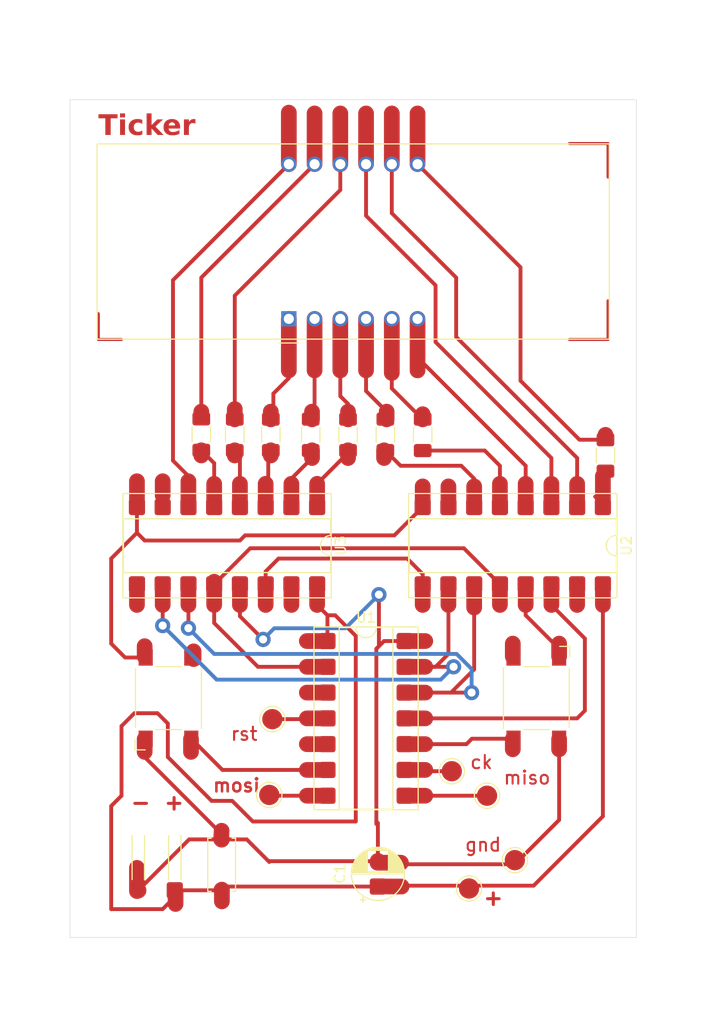
<source format=kicad_pcb>
(kicad_pcb (version 20241229) (generator "pcbnew") (generator_version "9.0")
  (layers (0 "F.Cu" signal) (2 "B.Cu" signal) (13 "F.Paste" user) (15 "B.Paste" user) (5 "F.SilkS" user "F.Silkscreen") (7 "B.SilkS" user "B.Silkscreen") (1 "F.Mask" user) (3 "B.Mask" user) (25 "Edge.Cuts" user))
  (net 0 "")
  (net 1 "GND")
  (net 2 "VCC")
  (net 3 "Net-(U4-a)")
  (net 4 "Net-(U4-b)")
  (net 5 "Net-(U4-c)")
  (net 6 "Net-(U4-d)")
  (net 7 "Net-(U4-e)")
  (net 8 "Net-(U4-f)")
  (net 9 "Net-(U4-g)")
  (net 10 "Net-(U4-DPX)")
  (net 11 "Net-(U1-PA3)")
  (net 12 "/miso")
  (net 13 "/mosi")
  (net 14 "/reset")
  (net 15 "/sck")
  (net 16 "/s_data")
  (net 17 "/s_latch")
  (net 18 "/s_clear")
  (net 19 "/s_clock")
  (net 20 "Net-(U2-QH')")
  (net 23 "/a")
  (net 24 "/b")
  (net 25 "/c")
  (net 26 "/d")
  (net 27 "/e")
  (net 28 "/f")
  (net 29 "/g")
  (net 30 "/dot")
  (net 32 "/D3")
  (net 34 "/D4")
  (net 35 "/D2")
  (net 36 "/D1")
  (net 39 "Net-(U1-PA7)")
  (footprint "Connector_Pin:Pin_D1.0mm_L10.0mm" (layer "F.Cu") (at 89.408 142.24)
    (property "Reference" "TP1" (hide yes))
    (property "Value" "TestPoint_Probe" (hide yes))
    (pad "1" smd circle (at 0 0) (size 2 2) (layers "F.Cu" "F.Mask" "F.Paste") (net 12 "/miso"))
  )
  (footprint "Button_Switch_SMD:SW_SPST_Omron_B3FS-101xP" (layer "F.Cu") (at 94.27 132.624 -90)
    (property "Reference" "SW2" (hide yes))
    (property "Value" "SW_Push")
    (pad "1" smd rect (at -4 -2.25 90) (size 1.6 1.4) (layers "F.Cu" "F.Mask" "F.Paste") (net 1 "GND"))
    (pad "1" smd rect (at 4 -2.25 90) (size 1.6 1.4) (layers "F.Cu" "F.Mask" "F.Paste") (net 1 "GND"))
    (pad "2" smd rect (at -4 2.25 90) (size 1.6 1.4) (layers "F.Cu" "F.Mask" "F.Paste") (net 11 "Net-(U1-PA3)"))
    (pad "2" smd rect (at 4 2.25 90) (size 1.6 1.4) (layers "F.Cu" "F.Mask" "F.Paste") (net 11 "Net-(U1-PA3)"))
  )
  (footprint "Display_7Segment:CA56-12SURKWA" (layer "F.Cu") (at 69.85 95.25 90)
    (property "Reference" "U4" (hide yes))
    (property "Value" "CC56-12SURKWA" (hide yes))
    (pad "1" thru_hole rect (at 0 0 90) (size 1.5 1.5) (drill 1) (layers "*.Cu" "*.Mask") (net 7 "Net-(U4-e)"))
    (pad "2" thru_hole circle (at 0 2.54 90) (size 1.5 1.5) (drill 1) (layers "*.Cu" "*.Mask") (net 6 "Net-(U4-d)"))
    (pad "3" thru_hole circle (at 0 5.08 90) (size 1.5 1.5) (drill 1) (layers "*.Cu" "*.Mask") (net 10 "Net-(U4-DPX)"))
    (pad "4" thru_hole circle (at 0 7.62 90) (size 1.5 1.5) (drill 1) (layers "*.Cu" "*.Mask") (net 5 "Net-(U4-c)"))
    (pad "5" thru_hole circle (at 0 10.16 90) (size 1.5 1.5) (drill 1) (layers "*.Cu" "*.Mask") (net 9 "Net-(U4-g)"))
    (pad "6" thru_hole circle (at 0 12.7 90) (size 1.5 1.5) (drill 1) (layers "*.Cu" "*.Mask") (net 34 "/D4"))
    (pad "7" thru_hole circle (at 15.24 12.7 90) (size 1.5 1.5) (drill 1) (layers "*.Cu" "*.Mask") (net 4 "Net-(U4-b)"))
    (pad "8" thru_hole circle (at 15.24 10.16 90) (size 1.5 1.5) (drill 1) (layers "*.Cu" "*.Mask") (net 32 "/D3"))
    (pad "9" thru_hole circle (at 15.24 7.62 90) (size 1.5 1.5) (drill 1) (layers "*.Cu" "*.Mask") (net 35 "/D2"))
    (pad "10" thru_hole circle (at 15.24 5.08 90) (size 1.5 1.5) (drill 1) (layers "*.Cu" "*.Mask") (net 8 "Net-(U4-f)"))
    (pad "11" thru_hole circle (at 15.24 2.54 90) (size 1.5 1.5) (drill 1) (layers "*.Cu" "*.Mask") (net 3 "Net-(U4-a)"))
    (pad "12" thru_hole circle (at 15.24 0 90) (size 1.5 1.5) (drill 1) (layers "*.Cu" "*.Mask") (net 36 "/D1"))
  )
  (footprint "Package_DIP:DIP-16_W7.62mm_SMDSocket_SmallPads" (layer "F.Cu") (at 63.754 117.602 -90)
    (property "Reference" "U3" (at 0 -11.22 270) (layer "F.SilkS"))
    (property "Value" "74HC595")
    (pad "1" smd roundrect (at -3.81 -8.89 270) (size 1.6 1.6) (layers "F.Cu" "F.Mask" "F.Paste") (roundrect_rratio 0.15625) (net 30 "/dot"))
    (pad "2" smd roundrect (at -3.81 -6.35 270) (size 1.6 1.6) (layers "F.Cu" "F.Mask" "F.Paste") (roundrect_rratio 0.15625) (net 26 "/d"))
    (pad "3" smd roundrect (at -3.81 -3.81 270) (size 1.6 1.6) (layers "F.Cu" "F.Mask" "F.Paste") (roundrect_rratio 0.15625) (net 27 "/e"))
    (pad "4" smd roundrect (at -3.81 -1.27 270) (size 1.6 1.6) (layers "F.Cu" "F.Mask" "F.Paste") (roundrect_rratio 0.15625) (net 28 "/f"))
    (pad "5" smd roundrect (at -3.81 1.27 270) (size 1.6 1.6) (layers "F.Cu" "F.Mask" "F.Paste") (roundrect_rratio 0.15625) (net 23 "/a"))
    (pad "6" smd roundrect (at -3.81 3.81 270) (size 1.6 1.6) (layers "F.Cu" "F.Mask" "F.Paste") (roundrect_rratio 0.15625) (net 36 "/D1"))
    (pad "7" smd roundrect (at -3.81 6.35 270) (size 1.6 1.6) (layers "F.Cu" "F.Mask" "F.Paste") (roundrect_rratio 0.15625))
    (pad "8" smd roundrect (at -3.81 8.89 270) (size 1.6 1.6) (layers "F.Cu" "F.Mask" "F.Paste") (roundrect_rratio 0.15625) (net 1 "GND"))
    (pad "9" smd roundrect (at 3.81 8.89 270) (size 1.6 1.6) (layers "F.Cu" "F.Mask" "F.Paste") (roundrect_rratio 0.15625))
    (pad "10" smd roundrect (at 3.81 6.35 270) (size 1.6 1.6) (layers "F.Cu" "F.Mask" "F.Paste") (roundrect_rratio 0.15625) (net 18 "/s_clear"))
    (pad "11" smd roundrect (at 3.81 3.81 270) (size 1.6 1.6) (layers "F.Cu" "F.Mask" "F.Paste") (roundrect_rratio 0.15625) (net 19 "/s_clock"))
    (pad "12" smd roundrect (at 3.81 1.27 270) (size 1.6 1.6) (layers "F.Cu" "F.Mask" "F.Paste") (roundrect_rratio 0.15625) (net 17 "/s_latch"))
    (pad "13" smd roundrect (at 3.81 -1.27 270) (size 1.6 1.6) (layers "F.Cu" "F.Mask" "F.Paste") (roundrect_rratio 0.15625) (net 1 "GND"))
    (pad "14" smd roundrect (at 3.81 -3.81 270) (size 1.6 1.6) (layers "F.Cu" "F.Mask" "F.Paste") (roundrect_rratio 0.15625) (net 20 "Net-(U2-QH')"))
    (pad "15" smd roundrect (at 3.81 -6.35 270) (size 1.6 1.6) (layers "F.Cu" "F.Mask" "F.Paste") (roundrect_rratio 0.15625))
    (pad "16" smd roundrect (at 3.81 -8.89 270) (size 1.6 1.6) (layers "F.Cu" "F.Mask" "F.Paste") (roundrect_rratio 0.15625) (net 2 "VCC"))
  )
  (footprint "Resistor_SMD:R_1206_3216Metric_Pad1.30x1.75mm_HandSolder" (layer "F.Cu") (at 75.692 106.68 90)
    (property "Reference" "R8" (hide yes))
    (property "Value" "R" (hide yes))
    (pad "1" smd roundrect (at -1.55 0 90) (size 1.3 1.75) (layers "F.Cu" "F.Mask" "F.Paste") (roundrect_rratio 0.192308) (net 30 "/dot"))
    (pad "2" smd roundrect (at 1.55 0 90) (size 1.3 1.75) (layers "F.Cu" "F.Mask" "F.Paste") (roundrect_rratio 0.192308) (net 10 "Net-(U4-DPX)"))
  )
  (footprint "Capacitor_THT:C_Disc_D5.0mm_W2.5mm_P5.00mm" (layer "F.Cu") (at 63.2206 151.5472 90)
    (property "Reference" "C2" (hide yes))
    (property "Value" "C" (hide yes))
    (pad "1" smd circle (at 0 0 90) (size 1.6 1.6) (layers "F.Cu" "F.Mask" "F.Paste") (net 2 "VCC"))
    (pad "2" smd circle (at 5 0 90) (size 1.6 1.6) (layers "F.Cu" "F.Mask" "F.Paste") (net 1 "GND"))
  )
  (footprint "Connector_Pin:Pin_D1.0mm_L10.0mm" (layer "F.Cu") (at 85.9282 139.827)
    (property "Reference" "TP4" (hide yes))
    (property "Value" "TestPoint_Probe" (hide yes))
    (pad "1" smd circle (at 0 0) (size 2 2) (layers "F.Cu" "F.Mask" "F.Paste") (net 15 "/sck"))
  )
  (footprint "MountingHole:MountingHole_3.2mm_M3" (layer "F.Cu") (at 54.356 101.6)
    (property "Reference" "H1" (hide yes))
    (property "Value" "MountingHole" (hide yes))
    (pad "" np_thru_hole circle (at 0 0) (size 3.2 3.2) (drill 3.2) (layers "*.Cu" "*.Mask"))
  )
  (footprint "Resistor_SMD:R_1206_3216Metric_Pad1.30x1.75mm_HandSolder" (layer "F.Cu") (at 79.375 106.68 90)
    (property "Reference" "R3" (hide yes))
    (property "Value" "R" (hide yes))
    (pad "1" smd roundrect (at -1.55 0 90) (size 1.3 1.75) (layers "F.Cu" "F.Mask" "F.Paste") (roundrect_rratio 0.192308) (net 25 "/c"))
    (pad "2" smd roundrect (at 1.55 0 90) (size 1.3 1.75) (layers "F.Cu" "F.Mask" "F.Paste") (roundrect_rratio 0.192308) (net 5 "Net-(U4-c)"))
  )
  (footprint "Package_DIP:DIP-14_W7.62mm_SMDSocket_SmallPads" (layer "F.Cu") (at 77.47 134.62)
    (property "Reference" "U1" (at 0 -9.95 0) (layer "F.SilkS"))
    (property "Value" "ATtiny84A-P")
    (pad "1" smd roundrect (at -3.81 -7.62) (size 1.6 1.6) (layers "F.Cu" "F.Mask" "F.Paste") (roundrect_rratio 0.15625) (net 2 "VCC"))
    (pad "2" smd roundrect (at -3.81 -5.08) (size 1.6 1.6) (layers "F.Cu" "F.Mask" "F.Paste") (roundrect_rratio 0.15625) (net 17 "/s_latch"))
    (pad "3" smd roundrect (at -3.81 -2.54) (size 1.6 1.6) (layers "F.Cu" "F.Mask" "F.Paste") (roundrect_rratio 0.15625))
    (pad "4" smd roundrect (at -3.81 0) (size 1.6 1.6) (layers "F.Cu" "F.Mask" "F.Paste") (roundrect_rratio 0.15625) (net 14 "/reset"))
    (pad "5" smd roundrect (at -3.81 2.54) (size 1.6 1.6) (layers "F.Cu" "F.Mask" "F.Paste") (roundrect_rratio 0.15625))
    (pad "6" smd roundrect (at -3.81 5.08) (size 1.6 1.6) (layers "F.Cu" "F.Mask" "F.Paste") (roundrect_rratio 0.15625) (net 39 "Net-(U1-PA7)"))
    (pad "7" smd roundrect (at -3.81 7.62) (size 1.6 1.6) (layers "F.Cu" "F.Mask" "F.Paste") (roundrect_rratio 0.15625) (net 13 "/mosi"))
    (pad "8" smd roundrect (at 3.81 7.62) (size 1.6 1.6) (layers "F.Cu" "F.Mask" "F.Paste") (roundrect_rratio 0.15625) (net 12 "/miso"))
    (pad "9" smd roundrect (at 3.81 5.08) (size 1.6 1.6) (layers "F.Cu" "F.Mask" "F.Paste") (roundrect_rratio 0.15625) (net 15 "/sck"))
    (pad "10" smd roundrect (at 3.81 2.54) (size 1.6 1.6) (layers "F.Cu" "F.Mask" "F.Paste") (roundrect_rratio 0.15625) (net 11 "Net-(U1-PA3)"))
    (pad "11" smd roundrect (at 3.81 0) (size 1.6 1.6) (layers "F.Cu" "F.Mask" "F.Paste") (roundrect_rratio 0.15625) (net 16 "/s_data"))
    (pad "12" smd roundrect (at 3.81 -2.54) (size 1.6 1.6) (layers "F.Cu" "F.Mask" "F.Paste") (roundrect_rratio 0.15625) (net 19 "/s_clock"))
    (pad "13" smd roundrect (at 3.81 -5.08) (size 1.6 1.6) (layers "F.Cu" "F.Mask" "F.Paste") (roundrect_rratio 0.15625) (net 18 "/s_clear"))
    (pad "14" smd roundrect (at 3.81 -7.62) (size 1.6 1.6) (layers "F.Cu" "F.Mask" "F.Paste") (roundrect_rratio 0.15625) (net 1 "GND"))
  )
  (footprint "Connector_Pin:Pin_D1.0mm_L10.0mm" (layer "F.Cu") (at 87.63 151.384)
    (property "Reference" "TP5" (hide yes))
    (property "Value" "TestPoint_Probe" (hide yes))
    (pad "1" smd circle (at 0 0) (size 2 2) (layers "F.Cu" "F.Mask" "F.Paste") (net 2 "VCC"))
  )
  (footprint "Connector_Pin:Pin_D1.0mm_L10.0mm" (layer "F.Cu") (at 68.2244 134.6962)
    (property "Reference" "TP3" (hide yes))
    (property "Value" "TestPoint_Probe" (hide yes))
    (pad "1" smd circle (at 0 0) (size 2 2) (layers "F.Cu" "F.Mask" "F.Paste") (net 14 "/reset"))
  )
  (footprint "Resistor_SMD:R_1206_3216Metric_Pad1.30x1.75mm_HandSolder" (layer "F.Cu") (at 61.214 106.654 90)
    (property "Reference" "R1" (hide yes))
    (property "Value" "R" (hide yes))
    (pad "1" smd roundrect (at -1.55 0 90) (size 1.3 1.75) (layers "F.Cu" "F.Mask" "F.Paste") (roundrect_rratio 0.192308) (net 23 "/a"))
    (pad "2" smd roundrect (at 1.55 0 90) (size 1.3 1.75) (layers "F.Cu" "F.Mask" "F.Paste") (roundrect_rratio 0.192308) (net 3 "Net-(U4-a)"))
  )
  (footprint "Capacitor_THT:CP_Radial_D5.0mm_P2.50mm" (layer "F.Cu") (at 78.6384 151.192113 90)
    (property "Reference" "C1" (at 1.25 -3.75 90) (layer "F.SilkS"))
    (property "Value" "C_Polarized")
    (pad "1" smd roundrect (at 0 0 90) (size 1.6 1.6) (layers "F.Cu" "F.Mask" "F.Paste") (roundrect_rratio 0.15625) (net 2 "VCC"))
    (pad "2" smd circle (at 2.5 0 90) (size 1.6 1.6) (layers "F.Cu" "F.Mask" "F.Paste") (net 1 "GND"))
  )
  (footprint "Resistor_SMD:R_1206_3216Metric_Pad1.30x1.75mm_HandSolder" (layer "F.Cu") (at 72.009 106.68 90)
    (property "Reference" "R4" (hide yes))
    (property "Value" "R" (hide yes))
    (pad "1" smd roundrect (at -1.55 0 90) (size 1.3 1.75) (layers "F.Cu" "F.Mask" "F.Paste") (roundrect_rratio 0.192308) (net 26 "/d"))
    (pad "2" smd roundrect (at 1.55 0 90) (size 1.3 1.75) (layers "F.Cu" "F.Mask" "F.Paste") (roundrect_rratio 0.192308) (net 6 "Net-(U4-d)"))
  )
  (footprint "Button_Switch_SMD:SW_SPST_Omron_B3FS-101xP" (layer "F.Cu") (at 57.976 132.624 90)
    (property "Reference" "SW1" (hide yes))
    (property "Value" "SW_Push")
    (pad "1" smd rect (at -4 -2.25 270) (size 1.6 1.4) (layers "F.Cu" "F.Mask" "F.Paste") (net 1 "GND"))
    (pad "1" smd rect (at 4 -2.25 270) (size 1.6 1.4) (layers "F.Cu" "F.Mask" "F.Paste") (net 1 "GND"))
    (pad "2" smd rect (at -4 2.25 270) (size 1.6 1.4) (layers "F.Cu" "F.Mask" "F.Paste") (net 39 "Net-(U1-PA7)"))
    (pad "2" smd rect (at 4 2.25 270) (size 1.6 1.4) (layers "F.Cu" "F.Mask" "F.Paste") (net 39 "Net-(U1-PA7)"))
  )
  (footprint "Connector_Pin:Pin_D1.0mm_L10.0mm" (layer "F.Cu") (at 92.1512 148.59)
    (property "Reference" "TP6" (hide yes))
    (property "Value" "TestPoint_Probe" (hide yes))
    (pad "1" smd circle (at 0 0) (size 2 2) (layers "F.Cu" "F.Mask" "F.Paste") (net 1 "GND"))
  )
  (footprint "MountingHole:MountingHole_3.2mm_M3" (layer "F.Cu") (at 98.044 101.6)
    (property "Reference" "H2" (hide yes))
    (property "Value" "MountingHole" (hide yes))
    (pad "" np_thru_hole circle (at 0 0) (size 3.2 3.2) (drill 3.2) (layers "*.Cu" "*.Mask"))
  )
  (footprint "Resistor_SMD:R_1206_3216Metric_Pad1.30x1.75mm_HandSolder" (layer "F.Cu") (at 83.058 106.68 90)
    (property "Reference" "R7" (hide yes))
    (property "Value" "R" (hide yes))
    (pad "1" smd roundrect (at -1.55 0 90) (size 1.3 1.75) (layers "F.Cu" "F.Mask" "F.Paste") (roundrect_rratio 0.192308) (net 29 "/g"))
    (pad "2" smd roundrect (at 1.55 0 90) (size 1.3 1.75) (layers "F.Cu" "F.Mask" "F.Paste") (roundrect_rratio 0.192308) (net 9 "Net-(U4-g)"))
  )
  (footprint "Resistor_SMD:R_1206_3216Metric_Pad1.30x1.75mm_HandSolder" (layer "F.Cu") (at 64.516 106.68 90)
    (property "Reference" "R6" (hide yes))
    (property "Value" "R" (hide yes))
    (pad "1" smd roundrect (at -1.55 0 90) (size 1.3 1.75) (layers "F.Cu" "F.Mask" "F.Paste") (roundrect_rratio 0.192308) (net 28 "/f"))
    (pad "2" smd roundrect (at 1.55 0 90) (size 1.3 1.75) (layers "F.Cu" "F.Mask" "F.Paste") (roundrect_rratio 0.192308) (net 8 "Net-(U4-f)"))
  )
  (footprint "Package_DIP:DIP-16_W7.62mm_SMDSocket_SmallPads" (layer "F.Cu") (at 91.948 117.602 -90)
    (property "Reference" "U2" (at 0 -11.22 270) (layer "F.SilkS"))
    (property "Value" "74HC595")
    (pad "1" smd roundrect (at -3.81 -8.89 270) (size 1.6 1.6) (layers "F.Cu" "F.Mask" "F.Paste") (roundrect_rratio 0.15625) (net 24 "/b"))
    (pad "2" smd roundrect (at -3.81 -6.35 270) (size 1.6 1.6) (layers "F.Cu" "F.Mask" "F.Paste") (roundrect_rratio 0.15625) (net 32 "/D3"))
    (pad "3" smd roundrect (at -3.81 -3.81 270) (size 1.6 1.6) (layers "F.Cu" "F.Mask" "F.Paste") (roundrect_rratio 0.15625) (net 35 "/D2"))
    (pad "4" smd roundrect (at -3.81 -1.27 270) (size 1.6 1.6) (layers "F.Cu" "F.Mask" "F.Paste") (roundrect_rratio 0.15625) (net 34 "/D4"))
    (pad "5" smd roundrect (at -3.81 1.27 270) (size 1.6 1.6) (layers "F.Cu" "F.Mask" "F.Paste") (roundrect_rratio 0.15625) (net 29 "/g"))
    (pad "6" smd roundrect (at -3.81 3.81 270) (size 1.6 1.6) (layers "F.Cu" "F.Mask" "F.Paste") (roundrect_rratio 0.15625) (net 25 "/c"))
    (pad "7" smd roundrect (at -3.81 6.35 270) (size 1.6 1.6) (layers "F.Cu" "F.Mask" "F.Paste") (roundrect_rratio 0.15625))
    (pad "8" smd roundrect (at -3.81 8.89 270) (size 1.6 1.6) (layers "F.Cu" "F.Mask" "F.Paste") (roundrect_rratio 0.15625) (net 1 "GND"))
    (pad "9" smd roundrect (at 3.81 8.89 270) (size 1.6 1.6) (layers "F.Cu" "F.Mask" "F.Paste") (roundrect_rratio 0.15625) (net 20 "Net-(U2-QH')"))
    (pad "10" smd roundrect (at 3.81 6.35 270) (size 1.6 1.6) (layers "F.Cu" "F.Mask" "F.Paste") (roundrect_rratio 0.15625) (net 18 "/s_clear"))
    (pad "11" smd roundrect (at 3.81 3.81 270) (size 1.6 1.6) (layers "F.Cu" "F.Mask" "F.Paste") (roundrect_rratio 0.15625) (net 19 "/s_clock"))
    (pad "12" smd roundrect (at 3.81 1.27 270) (size 1.6 1.6) (layers "F.Cu" "F.Mask" "F.Paste") (roundrect_rratio 0.15625) (net 17 "/s_latch"))
    (pad "13" smd roundrect (at 3.81 -1.27 270) (size 1.6 1.6) (layers "F.Cu" "F.Mask" "F.Paste") (roundrect_rratio 0.15625) (net 1 "GND"))
    (pad "14" smd roundrect (at 3.81 -3.81 270) (size 1.6 1.6) (layers "F.Cu" "F.Mask" "F.Paste") (roundrect_rratio 0.15625) (net 16 "/s_data"))
    (pad "15" smd roundrect (at 3.81 -6.35 270) (size 1.6 1.6) (layers "F.Cu" "F.Mask" "F.Paste") (roundrect_rratio 0.15625))
    (pad "16" smd roundrect (at 3.81 -8.89 270) (size 1.6 1.6) (layers "F.Cu" "F.Mask" "F.Paste") (roundrect_rratio 0.15625) (net 2 "VCC"))
  )
  (footprint "Resistor_SMD:R_1206_3216Metric_Pad1.30x1.75mm_HandSolder" (layer "F.Cu") (at 68.072 106.68 90)
    (property "Reference" "R5" (hide yes))
    (property "Value" "R" (hide yes))
    (pad "1" smd roundrect (at -1.55 0 90) (size 1.3 1.75) (layers "F.Cu" "F.Mask" "F.Paste") (roundrect_rratio 0.192308) (net 27 "/e"))
    (pad "2" smd roundrect (at 1.55 0 90) (size 1.3 1.75) (layers "F.Cu" "F.Mask" "F.Paste") (roundrect_rratio 0.192308) (net 7 "Net-(U4-e)"))
  )
  (footprint "Connector_Pin:Pin_D1.0mm_L10.0mm" (layer "F.Cu") (at 67.9196 142.1638)
    (property "Reference" "TP2" (hide yes))
    (property "Value" "TestPoint_Probe" (hide yes))
    (pad "1" smd circle (at 0 0) (size 2 2) (layers "F.Cu" "F.Mask" "F.Paste") (net 13 "/mosi"))
  )
  (footprint "Resistor_SMD:R_1206_3216Metric_Pad1.30x1.75mm_HandSolder" (layer "F.Cu") (at 101.092 108.712 90)
    (property "Reference" "R2" (hide yes))
    (property "Value" "R" (hide yes))
    (pad "1" smd roundrect (at -1.55 0 90) (size 1.3 1.75) (layers "F.Cu" "F.Mask" "F.Paste") (roundrect_rratio 0.192308) (net 24 "/b"))
    (pad "2" smd roundrect (at 1.55 0 90) (size 1.3 1.75) (layers "F.Cu" "F.Mask" "F.Paste") (roundrect_rratio 0.192308) (net 4 "Net-(U4-b)"))
  )
  (footprint "Connector_Wire:SolderWire-0.1sqmm_1x02_P3.6mm_D0.4mm_OD1mm_Relief" (layer "F.Cu") (at 58.5978 151.5618 180)
    (property "Reference" "J1" (hide yes))
    (property "Value" "batteries 2x aa")
    (pad "" np_thru_hole circle (at 0 6 180) (size 1.5 1.5) (drill 1.5) (layers "*.Cu" "*.Mask"))
    (pad "" np_thru_hole circle (at 3.6 6 180) (size 1.5 1.5) (drill 1.5) (layers "*.Cu" "*.Mask"))
    (pad "1" smd roundrect (at 0 0 180) (size 1.6 1.6) (layers "F.Cu" "F.Mask" "F.Paste") (roundrect_rratio 0.15625) (net 2 "VCC"))
    (pad "2" smd circle (at 3.6 0 180) (size 1.6 1.6) (layers "F.Cu" "F.Mask" "F.Paste") (net 1 "GND"))
  )
  (gr_line (start 88.138 113.792) (end 88.138 111.76) (stroke (width 1.55)) (layer "F.Cu") (net 25))
  (gr_line (start 54.864 121.412) (end 54.864 123.444) (stroke (width 1.55)) (layer "F.Cu") (net 22))
  (gr_line (start 78.6003 148.844) (end 80.9117 148.844) (stroke (width 1.55)) (layer "F.Cu") (net 1))
  (gr_line (start 73.66 137.16) (end 71.628 137.16) (stroke (width 1.55)) (layer "F.Cu") (net 40))
  (gr_line (start 95.758 113.792) (end 95.758 111.506) (stroke (width 1.55)) (layer "F.Cu") (net 35))
  (gr_line (start 63.1698 146.5326) (end 63.2206 145.6944) (stroke (width 1.55)) (layer "F.Cu") (net 1))
  (gr_line (start 85.598 113.792) (end 85.598 111.76) (stroke (width 1.55)) (layer "F.Cu") (net 31))
  (gr_line (start 78.6384 151.1808) (end 80.9752 151.192113) (stroke (width 1.55)) (layer "F.Cu") (net 2))
  (gr_line (start 75.692 108.204) (end 75.692 108.966) (stroke (width 1.55)) (layer "F.Cu") (net 30))
  (gr_line (start 83.058 105.156) (end 83.058 104.648) (stroke (width 1.55)) (layer "F.Cu") (net 9))
  (gr_line (start 90.678 121.412) (end 90.678 123.444) (stroke (width 1.55)) (layer "F.Cu") (net 17))
  (gr_line (start 59.944 111.252) (end 59.944 113.792) (stroke (width 1.55)) (layer "F.Cu") (net 36))
  (gr_line (start 81.28 142.24) (end 83.312 142.24) (stroke (width 1.55)) (layer "F.Cu") (net 12))
  (gr_line (start 73.66 139.7) (end 71.628 139.7) (stroke (width 1.55)) (layer "F.Cu") (net 39))
  (gr_line (start 72.136 105.156) (end 72.136 104.394) (stroke (width 1.55)) (layer "F.Cu") (net 6))
  (gr_line (start 72.644 121.412) (end 72.644 123.444) (stroke (width 1.55)) (layer "F.Cu") (net 2))
  (gr_line (start 70.104 121.412) (end 70.104 123.444) (stroke (width 1.55)) (layer "F.Cu") (net 37))
  (gr_line (start 75.692 105.156) (end 75.692 104.394) (stroke (width 1.55)) (layer "F.Cu") (net 10))
  (gr_line (start 73.66 142.24) (end 71.628 142.24) (stroke (width 1.55)) (layer "F.Cu") (net 13))
  (gr_line (start 79.248 108.204) (end 79.248 108.966) (stroke (width 1.55)) (layer "F.Cu") (net 25))
  (gr_line (start 67.564 121.412) (end 67.564 123.444) (stroke (width 1.55)) (layer "F.Cu") (net 20))
  (gr_line (start 72.39 95.25) (end 72.39 100.33) (stroke (width 1.55)) (layer "F.Cu") (net 6))
  (gr_line (start 101.346 93.472) (end 101.346 97.282) (stroke (width 0.3)) (layer "F.Cu"))
  (gr_line (start 101.346 77.978) (end 101.346 81.28) (stroke (width 0.3)) (layer "F.Cu"))
  (gr_line (start 96.52 136.652) (end 96.52 137.668) (stroke (width 1.55)) (layer "F.Cu") (net 1))
  (gr_line (start 70.104 113.792) (end 70.104 111.506) (stroke (width 1.55)) (layer "F.Cu") (net 26))
  (gr_line (start 90.678 113.792) (end 90.678 111.506) (stroke (width 1.55)) (layer "F.Cu") (net 29))
  (gr_line (start 81.28 132.08) (end 83.312 132.08) (stroke (width 1.55)) (layer "F.Cu") (net 19))
  (gr_line (start 81.28 137.16) (end 83.312 137.16) (stroke (width 1.55)) (layer "F.Cu") (net 11))
  (gr_line (start 60.198 136.652) (end 60.198 137.922) (stroke (width 1.55)) (layer "F.Cu") (net 39))
  (gr_line (start 61.214 108.204) (end 61.214 108.712) (stroke (width 1.55)) (layer "F.Cu") (net 23))
  (gr_line (start 55.626 128.524) (end 55.626 127.508) (stroke (width 1.55)) (layer "F.Cu") (net 1))
  (gr_line (start 81.28 127) (end 83.312 127) (stroke (width 1.55)) (layer "F.Cu") (net 1))
  (gr_line (start 63.246 151.4964) (end 63.246 152.654) (stroke (width 1.55)) (layer "F.Cu") (net 2))
  (gr_line (start 59.944 121.412) (end 59.944 123.444) (stroke (width 1.55)) (layer "F.Cu") (net 19))
  (gr_line (start 96.52 128.524) (end 96.52 127.254) (stroke (width 1.55)) (layer "F.Cu") (net 1))
  (gr_line (start 72.644 113.792) (end 72.644 111.506) (stroke (width 1.55)) (layer "F.Cu") (net 30))
  (gr_line (start 68.072 108.204) (end 68.072 108.712) (stroke (width 1.55)) (layer "F.Cu") (net 27))
  (gr_line (start 82.55 95.25) (end 82.55 100.33) (stroke (width 1.55)) (layer "F.Cu") (net 34))
  (gr_line (start 73.66 132.08) (end 71.628 132.08) (stroke (width 1.55)) (layer "F.Cu") (net 38))
  (gr_line (start 79.502 105.156) (end 79.502 104.394) (stroke (width 1.55)) (layer "F.Cu") (net 5))
  (gr_line (start 65.024 113.792) (end 65.024 111.506) (stroke (width 1.55)) (layer "F.Cu") (net 28))
  (gr_line (start 67.564 113.792) (end 67.564 111.506) (stroke (width 1.55)) (layer "F.Cu") (net 27))
  (gr_line (start 101.346 97.282) (end 97.536 97.282) (stroke (width 0.3)) (layer "F.Cu"))
  (gr_line (start 81.28 134.62) (end 83.312 134.62) (stroke (width 1.55)) (layer "F.Cu") (net 16))
  (gr_line (start 97.536 77.978) (end 101.346 77.978) (stroke (width 0.3)) (layer "F.Cu"))
  (gr_line (start 64.516 105.156) (end 64.516 104.14) (stroke (width 1.55)) (layer "F.Cu") (net 8))
  (gr_line (start 51.054 94.742) (end 51.054 97.282) (stroke (width 0.3)) (layer "F.Cu"))
  (gr_line (start 73.66 127) (end 71.628 127) (stroke (width 1.55)) (layer "F.Cu") (net 2))
  (gr_line (start 100.838 113.792) (end 100.838 110.744) (stroke (width 1.55)) (layer "F.Cu") (net 24))
  (gr_line (start 55.626 136.652) (end 55.626 137.922) (stroke (width 1.55)) (layer "F.Cu") (net 1))
  (gr_line (start 51.054 97.282) (end 53.34 97.282) (stroke (width 0.3)) (layer "F.Cu"))
  (gr_line (start 54.864 113.792) (end 54.864 111.252) (stroke (width 1.55)) (layer "F.Cu") (net 1))
  (gr_line (start 85.598 121.412) (end 85.598 123.444) (stroke (width 1.55)) (layer "F.Cu") (net 18))
  (gr_line (start 69.85 95.25) (end 69.85 100.33) (stroke (width 1.55)) (layer "F.Cu") (net 7))
  (gr_line (start 93.218 113.792) (end 93.218 111.506) (stroke (width 1.55)) (layer "F.Cu") (net 34))
  (gr_line (start 62.484 113.792) (end 62.484 111.506) (stroke (width 1.55)) (layer "F.Cu") (net 23))
  (gr_line (start 62.484 121.158) (end 62.484 123.444) (stroke (width 1.55)) (layer "F.Cu") (net 17))
  (gr_line (start 81.28 139.7) (end 83.312 139.7) (stroke (width 1.55)) (layer "F.Cu") (net 15))
  (gr_line (start 100.838 121.412) (end 100.838 123.444) (stroke (width 1.55)) (layer "F.Cu") (net 2))
  (gr_line (start 57.404 121.412) (end 57.404 123.444) (stroke (width 1.55)) (layer "F.Cu") (net 18))
  (gr_line (start 101.092 106.934) (end 101.092 106.68) (stroke (width 1.55)) (layer "F.Cu") (net 4))
  (gr_line (start 73.66 134.62) (end 71.628 134.62) (stroke (width 1.55)) (layer "F.Cu") (net 14))
  (gr_line (start 54.864 151.638) (end 54.864 149.352) (stroke (width 1.55)) (layer "F.Cu") (net 1))
  (gr_line (start 88.138 121.412) (end 88.138 123.698) (stroke (width 1.55)) (layer "F.Cu") (net 19))
  (gr_line (start 83.058 113.792) (end 83.058 111.76) (stroke (width 1.55)) (layer "F.Cu") (net 1))
  (gr_line (start 80.01 95.25) (end 80.01 100.584) (stroke (width 1.55)) (layer "F.Cu") (net 9))
  (gr_line (start 95.758 121.412) (end 95.758 123.444) (stroke (width 1.55)) (layer "F.Cu") (net 16))
  (gr_line (start 57.404 112.649) (end 57.404 111.252) (stroke (width 1.55)) (layer "F.Cu") (net 21))
  (gr_line (start 61.214 104.902) (end 61.214 104.394) (stroke (width 1.55)) (layer "F.Cu") (net 3))
  (gr_line (start 91.948 136.652) (end 91.948 137.668) (stroke (width 1.55)) (layer "F.Cu") (net 11))
  (gr_line (start 91.948 128.524) (end 91.948 127.254) (stroke (width 1.55)) (layer "F.Cu") (net 11))
  (gr_line (start 77.47 95.25) (end 77.47 100.33) (stroke (width 1.55)) (layer "F.Cu") (net 5))
  (gr_line (start 83.058 121.412) (end 83.058 123.444) (stroke (width 1.55)) (layer "F.Cu") (net 20))
  (gr_line (start 69.85 80.01) (end 69.85 74.93) (stroke (width 1.55)) (layer "F.Cu") (net 36))
  (gr_line (start 98.298 113.792) (end 98.298 111.506) (stroke (width 1.55)) (layer "F.Cu") (net 32))
  (gr_line (start 60.452 128.778) (end 60.452 128.016) (stroke (width 1.55)) (layer "F.Cu") (net 39))
  (gr_line (start 81.28 129.54) (end 83.312 129.54) (stroke (width 1.55)) (layer "F.Cu") (net 18))
  (gr_line (start 64.516 108.204) (end 64.516 108.712) (stroke (width 1.55)) (layer "F.Cu") (net 28))
  (gr_line (start 68.072 105.156) (end 68.072 104.394) (stroke (width 1.55)) (layer "F.Cu") (net 7))
  (gr_line (start 72.136 108.204) (end 72.136 108.966) (stroke (width 1.55)) (layer "F.Cu") (net 26))
  (gr_line (start 65.024 121.412) (end 65.024 123.444) (stroke (width 1.55)) (layer "F.Cu") (net 1))
  (gr_line (start 98.298 121.412) (end 98.298 123.444) (stroke (width 1.55)) (layer "F.Cu") (net 33))
  (gr_line (start 93.218 121.412) (end 93.218 123.444) (stroke (width 1.55)) (layer "F.Cu") (net 1))
  (gr_line (start 58.674 151.638) (end 58.674 152.908) (stroke (width 1.55)) (layer "F.Cu") (net 2))
  (gr_line (start 73.66 129.54) (end 71.628 129.54) (stroke (width 1.55)) (layer "F.Cu") (net 17))
  (gr_line (start 74.93 95.25) (end 74.93 100.33) (stroke (width 1.55)) (layer "F.Cu") (net 10))
  (gr_rect (start 48.26 73.66) (end 104.14 156.21) (stroke (width 0.05)) (fill no) (layer "Edge.Cuts"))
  (gr_text "mosi" (at 62.23 141.986 0) (layer "F.Cu") (effects (font (size 1.3 1.3) (thickness 0.25) (bold yes)) (justify left bottom)))
  (gr_text "ck" (at 87.63 139.7 0) (layer "F.Cu") (effects (font (size 1.3 1.3) (thickness 0.2)) (justify left bottom)))
  (gr_text "Ticker" (at 51.054 77.47 0) (layer "F.Cu") (effects (font (size 2 2) (thickness 0.3) (bold yes)) (justify left bottom)))
  (gr_text "+" (at 88.9 153.162 0) (layer "F.Cu") (effects (font (size 1.5 1.5) (thickness 0.3) (bold yes)) (justify left bottom)))
  (gr_text "-" (at 54.102 143.764 0) (layer "F.Cu") (effects (font (size 1.5 1.5) (thickness 0.3) (bold yes)) (justify left bottom)))
  (gr_text "+" (at 57.404 143.764 0) (layer "F.Cu") (effects (font (size 1.5 1.5) (thickness 0.3) (bold yes)) (justify left bottom)))
  (gr_text "rst" (at 64.008 136.906 0) (layer "F.Cu") (effects (font (size 1.3 1.3) (thickness 0.2)) (justify left bottom)))
  (gr_text "miso" (at 90.932 141.224 0) (layer "F.Cu") (effects (font (size 1.3 1.3) (thickness 0.2)) (justify left bottom)))
  (gr_text "gnd" (at 87.122 147.828 0) (layer "F.Cu") (effects (font (size 1.3 1.3) (thickness 0.2) (bold yes)) (justify left bottom)))
  (segment (start 80.264 116.586) (end 65.532 116.586) (width 0.38) (layer "F.Cu") (net 1))
  (segment (start 65.699 146.5472) (end 67.9196 148.7678) (width 0.38) (layer "F.Cu") (net 1))
  (segment (start 55.626 117.094) (end 54.864 116.332) (width 0.38) (layer "F.Cu") (net 1))
  (segment (start 52.324 127.254) (end 53.694 128.624) (width 0.38) (layer "F.Cu") (net 1))
  (segment (start 65.024 117.094) (end 55.626 117.094) (width 0.38) (layer "F.Cu") (net 1))
  (segment (start 96.52 128.624) (end 96.52 127.762) (width 0.38) (layer "F.Cu") (net 1))
  (segment (start 54.864 116.332) (end 54.864 116.078) (width 0.38) (layer "F.Cu") (net 1))
  (segment (start 83.058 113.792) (end 80.264 116.586) (width 0.38) (layer "F.Cu") (net 1))
  (segment (start 65.024 123.444) (end 65.024 124.554) (width 0.38) (layer "F.Cu") (net 1))
  (segment (start 78.74 127.508) (end 78.486 127.762) (width 0.38) (layer "F.Cu") (net 1))
  (segment (start 62.8904 145.6944) (end 55.726 138.53) (width 0.38) (layer "F.Cu") (net 1))
  (segment (start 79.248 127) (end 78.486 127.762) (width 0.38) (layer "F.Cu") (net 1))
  (segment (start 91.7448 148.9964) (end 92.1512 148.59) (width 0.38) (layer "F.Cu") (net 1))
  (segment (start 78.486 127.762) (end 78.486 144.78) (width 0.38) (layer "F.Cu") (net 1))
  (segment (start 52.324 118.872) (end 52.324 127.254) (width 0.38) (layer "F.Cu") (net 1))
  (segment (start 81.28 127) (end 79.248 127) (width 0.38) (layer "F.Cu") (net 1))
  (segment (start 96.52 127.762) (end 93.218 124.46) (width 0.38) (layer "F.Cu") (net 1))
  (segment (start 54.864 116.078) (end 54.864 113.792) (width 0.38) (layer "F.Cu") (net 1))
  (segment (start 80.9498 148.7678) (end 81.1784 148.9964) (width 0.38) (layer "F.Cu") (net 1))
  (segment (start 78.74 122.428) (end 78.74 127.508) (width 0.38) (layer "F.Cu") (net 1))
  (segment (start 78.486 144.78) (end 78.486 145.034) (width 0.38) (layer "F.Cu") (net 1))
  (segment (start 78.486 144.78) (end 78.6384 144.9324) (width 0.38) (layer "F.Cu") (net 1))
  (segment (start 60.0124 146.5472) (end 63.2206 146.5472) (width 0.38) (layer "F.Cu") (net 1))
  (segment (start 65.532 116.586) (end 65.024 117.094) (width 0.38) (layer "F.Cu") (net 1))
  (segment (start 67.995287 148.692113) (end 78.6384 148.692113) (width 0.38) (layer "F.Cu") (net 1))
  (segment (start 53.694 128.624) (end 55.726 128.624) (width 0.38) (layer "F.Cu") (net 1))
  (segment (start 54.9978 151.5618) (end 60.0124 146.5472) (width 0.38) (layer "F.Cu") (net 1))
  (segment (start 54.864 116.332) (end 52.324 118.872) (width 0.38) (layer "F.Cu") (net 1))
  (segment (start 92.5576 148.59) (end 92.1512 148.59) (width 0.38) (layer "F.Cu") (net 1))
  (segment (start 78.6384 144.9324) (end 78.6384 148.692113) (width 0.38) (layer "F.Cu") (net 1))
  (segment (start 96.52 136.624) (end 96.52 144.6276) (width 0.38) (layer "F.Cu") (net 1))
  (segment (start 63.2206 146.5472) (end 65.699 146.5472) (width 0.38) (layer "F.Cu") (net 1))
  (segment (start 81.1784 148.9964) (end 91.7448 148.9964) (width 0.38) (layer "F.Cu") (net 1))
  (segment (start 93.218 124.46) (end 93.218 123.444) (width 0.38) (layer "F.Cu") (net 1))
  (segment (start 63.2206 145.6944) (end 62.8904 145.6944) (width 0.38) (layer "F.Cu") (net 1))
  (segment (start 55.726 138.53) (end 55.726 136.624) (width 0.38) (layer "F.Cu") (net 1))
  (segment (start 67.9196 148.7678) (end 67.995287 148.692113) (width 0.38) (layer "F.Cu") (net 1))
  (segment (start 65.024 124.554) (end 67.31 126.84) (width 0.38) (layer "F.Cu") (net 1))
  (segment (start 96.52 144.6276) (end 92.5576 148.59) (width 0.38) (layer "F.Cu") (net 1))
  (via (at 67.31 126.84) (size 1.5) (drill 0.8) (layers "F.Cu" "B.Cu") (net 1))
  (via (at 78.74 122.428) (size 1.5) (drill 0.8) (layers "F.Cu" "B.Cu") (net 1))
  (segment (start 68.411 125.739) (end 75.429 125.739) (width 0.38) (layer "B.Cu") (net 1))
  (segment (start 67.31 126.84) (end 68.411 125.739) (width 0.38) (layer "B.Cu") (net 1))
  (segment (start 75.429 125.739) (end 78.74 122.428) (width 0.38) (layer "B.Cu") (net 1))
  (segment (start 54.61 134.112) (end 56.896 134.112) (width 0.38) (layer "F.Cu") (net 2))
  (segment (start 100.838 144.272) (end 100.838 123.444) (width 0.38) (layer "F.Cu") (net 2))
  (segment (start 52.324 143.256) (end 53.34 142.24) (width 0.38) (layer "F.Cu") (net 2))
  (segment (start 81.062713 151.1046) (end 87.3506 151.1046) (width 0.38) (layer "F.Cu") (net 2))
  (segment (start 94.0054 151.1046) (end 100.838 144.272) (width 0.38) (layer "F.Cu") (net 2))
  (segment (start 57.912 138.43) (end 62.23 142.748) (width 0.38) (layer "F.Cu") (net 2))
  (segment (start 73.66 124.46) (end 73.66 127) (width 0.38) (layer "F.Cu") (net 2))
  (segment (start 63.666487 151.192113) (end 78.6384 151.192113) (width 0.38) (layer "F.Cu") (net 2))
  (segment (start 57.404 153.416) (end 52.324 153.416) (width 0.38) (layer "F.Cu") (net 2))
  (segment (start 76.454 126.492) (end 74.422 124.46) (width 0.38) (layer "F.Cu") (net 2))
  (segment (start 58.5978 151.5618) (end 63.206 151.5618) (width 0.38) (layer "F.Cu") (net 2))
  (segment (start 52.324 153.416) (end 52.324 143.256) (width 0.38) (layer "F.Cu") (net 2))
  (segment (start 63.2206 151.5472) (end 63.3114 151.5472) (width 0.38) (layer "F.Cu") (net 2))
  (segment (start 57.912 135.128) (end 57.912 138.43) (width 0.38) (layer "F.Cu") (net 2))
  (segment (start 56.896 134.112) (end 57.912 135.128) (width 0.38) (layer "F.Cu") (net 2))
  (segment (start 58.5978 151.5618) (end 58.5978 152.2222) (width 0.38) (layer "F.Cu") (net 2))
  (segment (start 76.454 144.78) (end 76.454 126.492) (width 0.38) (layer "F.Cu") (net 2))
  (segment (start 87.9094 151.1046) (end 94.0054 151.1046) (width 0.38) (layer "F.Cu") (net 2))
  (segment (start 72.644 121.412) (end 72.644 123.444) (width 0.38) (layer "F.Cu") (net 2))
  (segment (start 72.644 123.444) (end 73.66 124.46) (width 0.38) (layer "F.Cu") (net 2))
  (segment (start 74.422 124.46) (end 73.66 124.46) (width 0.38) (layer "F.Cu") (net 2))
  (segment (start 58.5978 152.2222) (end 57.404 153.416) (width 0.38) (layer "F.Cu") (net 2))
  (segment (start 53.34 135.382) (end 54.61 134.112) (width 0.38) (layer "F.Cu") (net 2))
  (segment (start 64.262 142.748) (end 66.294 144.78) (width 0.38) (layer "F.Cu") (net 2))
  (segment (start 87.63 151.384) (end 87.9094 151.1046) (width 0.38) (layer "F.Cu") (net 2))
  (segment (start 80.9752 151.192113) (end 81.062713 151.1046) (width 0.38) (layer "F.Cu") (net 2))
  (segment (start 87.3506 151.1046) (end 87.63 151.384) (width 0.38) (layer "F.Cu") (net 2))
  (segment (start 63.3114 151.5472) (end 63.666487 151.192113) (width 0.38) (layer "F.Cu") (net 2))
  (segment (start 62.23 142.748) (end 64.262 142.748) (width 0.38) (layer "F.Cu") (net 2))
  (segment (start 66.294 144.78) (end 76.454 144.78) (width 0.38) (layer "F.Cu") (net 2))
  (segment (start 63.206 151.5618) (end 63.2206 151.5472) (width 0.38) (layer "F.Cu") (net 2))
  (segment (start 53.34 142.24) (end 53.34 135.382) (width 0.38) (layer "F.Cu") (net 2))
  (segment (start 72.39 74.422) (end 72.39 74.676) (width 0.38) (layer "F.Cu") (net 3))
  (segment (start 72.39 80.01) (end 72.39 75.01) (width 1.55) (layer "F.Cu") (net 3))
  (segment (start 61.214 91.186) (end 61.214 105.104) (width 0.38) (layer "F.Cu") (net 3))
  (segment (start 72.39 80.01) (end 61.214 91.186) (width 0.38) (layer "F.Cu") (net 3))
  (segment (start 82.55 80.01) (end 82.55 75.01) (width 1.55) (layer "F.Cu") (net 4))
  (segment (start 101.092 107.162) (end 98.526 107.162) (width 0.38) (layer "F.Cu") (net 4))
  (segment (start 92.71 90.17) (end 82.55 80.01) (width 0.38) (layer "F.Cu") (net 4))
  (segment (start 98.526 107.162) (end 92.71 101.346) (width 0.38) (layer "F.Cu") (net 4))
  (segment (start 92.71 101.346) (end 92.71 90.17) (width 0.38) (layer "F.Cu") (net 4))
  (segment (start 79.375 104.267) (end 79.375 105.13) (width 0.38) (layer "F.Cu") (net 5))
  (segment (start 77.47 95.25) (end 77.47 102.362) (width 0.38) (layer "F.Cu") (net 5))
  (segment (start 77.47 102.362) (end 79.375 104.267) (width 0.38) (layer "F.Cu") (net 5))
  (segment (start 72.39 104.749) (end 72.009 105.13) (width 0.38) (layer "F.Cu") (net 6))
  (segment (start 72.39 95.25) (end 72.39 104.749) (width 0.38) (layer "F.Cu") (net 6))
  (segment (start 68.326 104.876) (end 68.072 105.13) (width 0.38) (layer "F.Cu") (net 7))
  (segment (start 69.85 101.092) (end 68.326 102.616) (width 0.38) (layer "F.Cu") (net 7))
  (segment (start 68.326 102.616) (end 68.326 104.876) (width 0.38) (layer "F.Cu") (net 7))
  (segment (start 69.85 95.25) (end 69.85 101.092) (width 0.38) (layer "F.Cu") (net 7))
  (segment (start 74.93 82.55) (end 64.516 92.964) (width 0.38) (layer "F.Cu") (net 8))
  (segment (start 74.93 80.01) (end 74.93 75.01) (width 1.55) (layer "F.Cu") (net 8))
  (segment (start 64.516 92.964) (end 64.516 105.13) (width 0.38) (layer "F.Cu") (net 8))
  (segment (start 74.93 80.01) (end 74.93 82.55) (width 0.38) (layer "F.Cu") (net 8))
  (segment (start 83.032 105.13) (end 83.058 105.13) (width 0.38) (layer "F.Cu") (net 9))
  (segment (start 80.01 95.25) (end 80.01 102.108) (width 0.38) (layer "F.Cu") (net 9))
  (segment (start 80.01 102.108) (end 83.032 105.13) (width 0.38) (layer "F.Cu") (net 9))
  (segment (start 74.93 95.25) (end 74.93 102.87) (width 0.38) (layer "F.Cu") (net 10))
  (segment (start 74.93 102.87) (end 75.692 103.632) (width 0.38) (layer "F.Cu") (net 10))
  (segment (start 75.692 103.632) (end 75.692 105.13) (width 0.38) (layer "F.Cu") (net 10))
  (segment (start 83.312 137.16) (end 87.376 137.16) (width 0.38) (layer "F.Cu") (net 11))
  (segment (start 87.912 136.624) (end 92.02 136.624) (width 0.38) (layer "F.Cu") (net 11))
  (segment (start 87.376 137.16) (end 87.912 136.624) (width 0.38) (layer "F.Cu") (net 11))
  (segment (start 89.408 142.24) (end 81.28 142.24) (width 0.38) (layer "F.Cu") (net 12))
  (segment (start 67.9958 142.24) (end 67.9196 142.1638) (width 0.38) (layer "F.Cu") (net 13))
  (segment (start 73.66 142.24) (end 67.9958 142.24) (width 0.38) (layer "F.Cu") (net 13))
  (segment (start 71.5518 134.6962) (end 68.2244 134.6962) (width 0.38) (layer "F.Cu") (net 14))
  (segment (start 71.628 134.62) (end 71.5518 134.6962) (width 0.38) (layer "F.Cu") (net 14))
  (segment (start 73.66 134.62) (end 71.628 134.62) (width 0.38) (layer "F.Cu") (net 14))
  (segment (start 85.9282 139.827) (end 83.439 139.827) (width 0.38) (layer "F.Cu") (net 15))
  (segment (start 83.439 139.827) (end 83.312 139.7) (width 0.38) (layer "F.Cu") (net 15))
  (segment (start 99.06 133.858) (end 99.06 126.746) (width 0.38) (layer "F.Cu") (net 16))
  (segment (start 99.06 126.746) (end 95.758 123.444) (width 0.38) (layer "F.Cu") (net 16))
  (segment (start 95.758 123.444) (end 95.758 123.952) (width 0.38) (layer "F.Cu") (net 16))
  (segment (start 98.298 134.62) (end 99.06 133.858) (width 0.38) (layer "F.Cu") (net 16))
  (segment (start 83.312 134.62) (end 98.298 134.62) (width 0.38) (layer "F.Cu") (net 16))
  (segment (start 62.484 125.222) (end 62.484 123.444) (width 0.38) (layer "F.Cu") (net 17))
  (segment (start 87.122 117.856) (end 66.04 117.856) (width 0.38) (layer "F.Cu") (net 17))
  (segment (start 90.678 121.412) (end 87.122 117.856) (width 0.38) (layer "F.Cu") (net 17))
  (segment (start 71.628 129.54) (end 66.802 129.54) (width 0.38) (layer "F.Cu") (net 17))
  (segment (start 66.04 117.856) (end 62.484 121.412) (width 0.38) (layer "F.Cu") (net 17))
  (segment (start 66.802 129.54) (end 62.484 125.222) (width 0.38) (layer "F.Cu") (net 17))
  (segment (start 85.598 123.444) (end 85.598 128.27) (width 0.38) (layer "F.Cu") (net 18))
  (segment (start 57.404 123.444) (end 57.404 125.476) (width 0.38) (layer "F.Cu") (net 18))
  (segment (start 84.328 129.54) (end 83.312 129.54) (width 0.38) (layer "F.Cu") (net 18))
  (segment (start 85.598 128.27) (end 84.328 129.54) (width 0.38) (layer "F.Cu") (net 18))
  (segment (start 83.312 129.54) (end 86.106 129.54) (width 0.38) (layer "F.Cu") (net 18))
  (via (at 57.404 125.476) (size 1.5) (drill 0.8) (layers "F.Cu" "B.Cu") (net 18))
  (via (at 86.106 129.54) (size 1.5) (drill 0.8) (layers "F.Cu" "B.Cu") (net 18))
  (segment (start 62.729 130.801) (end 57.404 125.476) (width 0.38) (layer "B.Cu") (net 18))
  (segment (start 86.106 129.54) (end 84.845 130.801) (width 0.38) (layer "B.Cu") (net 18))
  (segment (start 84.845 130.801) (end 62.729 130.801) (width 0.38) (layer "B.Cu") (net 18))
  (segment (start 88.138 129.794) (end 88.138 123.698) (width 0.38) (layer "F.Cu") (net 19))
  (segment (start 88.138 122.992) (end 88.138 121.412) (width 0.38) (layer "F.Cu") (net 19))
  (segment (start 59.944 121.768677) (end 59.944 125.73) (width 0.38) (layer "F.Cu") (net 19))
  (segment (start 83.312 132.08) (end 85.852 132.08) (width 0.38) (layer "F.Cu") (net 19))
  (segment (start 85.852 132.08) (end 88.138 129.794) (width 0.38) (layer "F.Cu") (net 19))
  (segment (start 85.852 132.08) (end 87.884 132.08) (width 0.38) (layer "F.Cu") (net 19))
  (via (at 59.944 125.73) (size 1.5) (drill 0.8) (layers "F.Cu" "B.Cu") (net 19))
  (via (at 87.884 132.08) (size 1.5) (drill 0.8) (layers "F.Cu" "B.Cu") (net 19))
  (segment (start 86.407192 128.27) (end 62.484 128.27) (width 0.38) (layer "B.Cu") (net 19))
  (segment (start 62.484 128.27) (end 59.944 125.73) (width 0.38) (layer "B.Cu") (net 19))
  (segment (start 87.884 132.08) (end 87.884 129.746808) (width 0.38) (layer "B.Cu") (net 19))
  (segment (start 87.884 129.746808) (end 86.407192 128.27) (width 0.38) (layer "B.Cu") (net 19))
  (segment (start 81.534 118.872) (end 68.834 118.872) (width 0.38) (layer "F.Cu") (net 20))
  (segment (start 83.058 121.412) (end 83.058 120.396) (width 0.38) (layer "F.Cu") (net 20))
  (segment (start 68.834 118.872) (end 67.564 120.142) (width 0.38) (layer "F.Cu") (net 20))
  (segment (start 67.564 120.142) (end 67.564 121.412) (width 0.38) (layer "F.Cu") (net 20))
  (segment (start 83.058 120.396) (end 81.534 118.872) (width 0.38) (layer "F.Cu") (net 20))
  (segment (start 61.214 108.204) (end 62.484 109.474) (width 0.38) (layer "F.Cu") (net 23))
  (segment (start 62.484 109.474) (end 62.484 113.792) (width 0.38) (layer "F.Cu") (net 23))
  (segment (start 100.838 113.538) (end 100.076 112.776) (width 0.38) (layer "F.Cu") (net 24))
  (segment (start 100.838 113.792) (end 100.838 113.538) (width 0.38) (layer "F.Cu") (net 24))
  (segment (start 100.838 113.792) (end 100.838 110.516) (width 0.38) (layer "F.Cu") (net 24))
  (segment (start 100.838 110.516) (end 101.092 110.262) (width 0.38) (layer "F.Cu") (net 24))
  (segment (start 80.873 109.728) (end 86.868 109.728) (width 0.38) (layer "F.Cu") (net 25))
  (segment (start 79.375 108.23) (end 80.873 109.728) (width 0.38) (layer "F.Cu") (net 25))
  (segment (start 86.868 109.728) (end 88.138 110.998) (width 0.38) (layer "F.Cu") (net 25))
  (segment (start 88.138 110.998) (end 88.138 113.792) (width 0.38) (layer "F.Cu") (net 25))
  (segment (start 72.009 109.093) (end 70.104 110.998) (width 0.38) (layer "F.Cu") (net 26))
  (segment (start 72.009 108.23) (end 72.009 109.093) (width 0.38) (layer "F.Cu") (net 26))
  (segment (start 70.104 110.998) (end 70.104 113.792) (width 0.38) (layer "F.Cu") (net 26))
  (segment (start 68.072 108.23) (end 67.818 108.484) (width 0.38) (layer "F.Cu") (net 27))
  (segment (start 67.818 113.538) (end 67.564 113.792) (width 0.38) (layer "F.Cu") (net 27))
  (segment (start 67.818 108.484) (end 67.818 113.538) (width 0.38) (layer "F.Cu") (net 27))
  (segment (start 64.516 108.23) (end 65.024 108.738) (width 0.38) (layer "F.Cu") (net 28))
  (segment (start 65.024 108.738) (end 65.024 113.792) (width 0.38) (layer "F.Cu") (net 28))
  (segment (start 90.678 109.728) (end 90.678 113.792) (width 0.38) (layer "F.Cu") (net 29))
  (segment (start 83.058 108.23) (end 89.18 108.23) (width 0.38) (layer "F.Cu") (net 29))
  (segment (start 89.18 108.23) (end 90.678 109.728) (width 0.38) (layer "F.Cu") (net 29))
  (segment (start 75.692 108.23) (end 75.692 108.458) (width 0.38) (layer "F.Cu") (net 30))
  (segment (start 72.644 111.506) (end 72.644 113.792) (width 0.38) (layer "F.Cu") (net 30))
  (segment (start 75.692 108.458) (end 72.644 111.506) (width 0.38) (layer "F.Cu") (net 30))
  (segment (start 80.01 80.01) (end 80.01 84.836) (width 0.38) (layer "F.Cu") (net 32))
  (segment (start 80.01 80.01) (end 80.01 75.01) (width 1.55) (layer "F.Cu") (net 32))
  (segment (start 86.36 91.186) (end 86.36 97.028) (width 0.38) (layer "F.Cu") (net 32))
  (segment (start 86.36 97.028) (end 98.298 108.966) (width 0.38) (layer "F.Cu") (net 32))
  (segment (start 98.298 108.966) (end 98.298 113.792) (width 0.38) (layer "F.Cu") (net 32))
  (segment (start 80.01 84.836) (end 86.36 91.186) (width 0.38) (layer "F.Cu") (net 32))
  (segment (start 82.55 95.25) (end 82.55 99.06) (width 0.38) (layer "F.Cu") (net 34))
  (segment (start 93.218 109.728) (end 93.218 113.792) (width 0.38) (layer "F.Cu") (net 34))
  (segment (start 82.55 99.06) (end 93.218 109.728) (width 0.38) (layer "F.Cu") (net 34))
  (segment (start 84.328 97.536) (end 95.758 108.966) (width 0.38) (layer "F.Cu") (net 35))
  (segment (start 77.47 80.01) (end 77.47 85.09) (width 0.38) (layer "F.Cu") (net 35))
  (segment (start 77.47 85.09) (end 84.328 91.948) (width 0.38) (layer "F.Cu") (net 35))
  (segment (start 95.758 108.966) (end 95.758 111.506) (width 0.38) (layer "F.Cu") (net 35))
  (segment (start 77.47 80.01) (end 77.47 75.01) (width 1.55) (layer "F.Cu") (net 35))
  (segment (start 84.328 91.948) (end 84.328 97.536) (width 0.38) (layer "F.Cu") (net 35))
  (segment (start 58.42 91.44) (end 69.85 80.01) (width 0.38) (layer "F.Cu") (net 36))
  (segment (start 58.42 109.22) (end 58.42 91.44) (width 0.38) (layer "F.Cu") (net 36))
  (segment (start 59.944 113.792) (end 59.944 110.744) (width 0.38) (layer "F.Cu") (net 36))
  (segment (start 59.944 110.744) (end 58.42 109.22) (width 0.38) (layer "F.Cu") (net 36))
  (segment (start 73.66 139.7) (end 63.302 139.7) (width 0.38) (layer "F.Cu") (net 39))
  (segment (start 63.302 139.7) (end 60.226 136.624) (width 0.38) (layer "F.Cu") (net 39))
)
</source>
